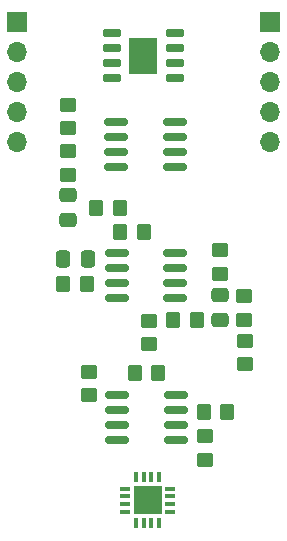
<source format=gbr>
%TF.GenerationSoftware,KiCad,Pcbnew,8.0.3*%
%TF.CreationDate,2025-09-08T17:35:16+08:00*%
%TF.ProjectId,balancing-car,62616c61-6e63-4696-9e67-2d6361722e6b,rev?*%
%TF.SameCoordinates,Original*%
%TF.FileFunction,Soldermask,Top*%
%TF.FilePolarity,Negative*%
%FSLAX46Y46*%
G04 Gerber Fmt 4.6, Leading zero omitted, Abs format (unit mm)*
G04 Created by KiCad (PCBNEW 8.0.3) date 2025-09-08 17:35:16*
%MOMM*%
%LPD*%
G01*
G04 APERTURE LIST*
G04 Aperture macros list*
%AMRoundRect*
0 Rectangle with rounded corners*
0 $1 Rounding radius*
0 $2 $3 $4 $5 $6 $7 $8 $9 X,Y pos of 4 corners*
0 Add a 4 corners polygon primitive as box body*
4,1,4,$2,$3,$4,$5,$6,$7,$8,$9,$2,$3,0*
0 Add four circle primitives for the rounded corners*
1,1,$1+$1,$2,$3*
1,1,$1+$1,$4,$5*
1,1,$1+$1,$6,$7*
1,1,$1+$1,$8,$9*
0 Add four rect primitives between the rounded corners*
20,1,$1+$1,$2,$3,$4,$5,0*
20,1,$1+$1,$4,$5,$6,$7,0*
20,1,$1+$1,$6,$7,$8,$9,0*
20,1,$1+$1,$8,$9,$2,$3,0*%
G04 Aperture macros list end*
%ADD10RoundRect,0.150000X-0.650000X-0.150000X0.650000X-0.150000X0.650000X0.150000X-0.650000X0.150000X0*%
%ADD11R,2.410000X3.100000*%
%ADD12R,2.350000X2.350000*%
%ADD13RoundRect,0.075000X-0.075000X-0.362500X0.075000X-0.362500X0.075000X0.362500X-0.075000X0.362500X0*%
%ADD14RoundRect,0.075000X-0.362500X-0.075000X0.362500X-0.075000X0.362500X0.075000X-0.362500X0.075000X0*%
%ADD15RoundRect,0.150000X0.825000X0.150000X-0.825000X0.150000X-0.825000X-0.150000X0.825000X-0.150000X0*%
%ADD16RoundRect,0.250000X-0.450000X0.350000X-0.450000X-0.350000X0.450000X-0.350000X0.450000X0.350000X0*%
%ADD17RoundRect,0.250000X0.450000X-0.350000X0.450000X0.350000X-0.450000X0.350000X-0.450000X-0.350000X0*%
%ADD18RoundRect,0.250000X-0.350000X-0.450000X0.350000X-0.450000X0.350000X0.450000X-0.350000X0.450000X0*%
%ADD19RoundRect,0.250000X0.350000X0.450000X-0.350000X0.450000X-0.350000X-0.450000X0.350000X-0.450000X0*%
%ADD20O,1.700000X1.700000*%
%ADD21R,1.700000X1.700000*%
%ADD22RoundRect,0.250000X-0.475000X0.337500X-0.475000X-0.337500X0.475000X-0.337500X0.475000X0.337500X0*%
%ADD23RoundRect,0.250000X-0.337500X-0.475000X0.337500X-0.475000X0.337500X0.475000X-0.337500X0.475000X0*%
G04 APERTURE END LIST*
D10*
%TO.C,U4*%
X197696800Y-83769200D03*
X197696800Y-85039200D03*
X197696800Y-86309200D03*
X197696800Y-87579200D03*
X202996800Y-87579200D03*
X202996800Y-86309200D03*
X202996800Y-85039200D03*
X202996800Y-83769200D03*
D11*
X200346800Y-85674200D03*
%TD*%
D12*
%TO.C,U5*%
X200701000Y-123284500D03*
D13*
X199726000Y-121347000D03*
X200376000Y-121347000D03*
X201026000Y-121347000D03*
X201676000Y-121347000D03*
D14*
X202638500Y-122309500D03*
X202638500Y-122959500D03*
X202638500Y-123609500D03*
X202638500Y-124259500D03*
D13*
X201676000Y-125222000D03*
X201026000Y-125222000D03*
X200376000Y-125222000D03*
X199726000Y-125222000D03*
D14*
X198763500Y-124259500D03*
X198763500Y-123609500D03*
X198763500Y-122959500D03*
X198763500Y-122309500D03*
%TD*%
D15*
%TO.C,U3*%
X198058000Y-95123000D03*
X198058000Y-93853000D03*
X198058000Y-92583000D03*
X198058000Y-91313000D03*
X203008000Y-91313000D03*
X203008000Y-92583000D03*
X203008000Y-93853000D03*
X203008000Y-95123000D03*
%TD*%
%TO.C,U2*%
X198134200Y-118237000D03*
X198134200Y-116967000D03*
X198134200Y-115697000D03*
X198134200Y-114427000D03*
X203084200Y-114427000D03*
X203084200Y-115697000D03*
X203084200Y-116967000D03*
X203084200Y-118237000D03*
%TD*%
%TO.C,U1*%
X198074000Y-106172000D03*
X198074000Y-104902000D03*
X198074000Y-103632000D03*
X198074000Y-102362000D03*
X203024000Y-102362000D03*
X203024000Y-103632000D03*
X203024000Y-104902000D03*
X203024000Y-106172000D03*
%TD*%
D16*
%TO.C,R14*%
X206806800Y-104124000D03*
X206806800Y-102124000D03*
%TD*%
D17*
%TO.C,R13*%
X200803000Y-110093000D03*
X200803000Y-108093000D03*
%TD*%
D18*
%TO.C,R12*%
X204851000Y-108077000D03*
X202851000Y-108077000D03*
%TD*%
D17*
%TO.C,R11*%
X208889600Y-106000800D03*
X208889600Y-108000800D03*
%TD*%
%TO.C,R10*%
X208940400Y-109794800D03*
X208940400Y-111794800D03*
%TD*%
D18*
%TO.C,R9*%
X201609200Y-112522000D03*
X199609200Y-112522000D03*
%TD*%
D16*
%TO.C,R8*%
X195783200Y-114411000D03*
X195783200Y-112411000D03*
%TD*%
%TO.C,R7*%
X205536800Y-119872000D03*
X205536800Y-117872000D03*
%TD*%
D19*
%TO.C,R6*%
X205467200Y-115824000D03*
X207467200Y-115824000D03*
%TD*%
%TO.C,R5*%
X196358000Y-98552000D03*
X198358000Y-98552000D03*
%TD*%
%TO.C,R4*%
X198390000Y-100584000D03*
X200390000Y-100584000D03*
%TD*%
D18*
%TO.C,R3*%
X193580000Y-105029000D03*
X195580000Y-105029000D03*
%TD*%
D16*
%TO.C,R2*%
X193929000Y-95742000D03*
X193929000Y-93742000D03*
%TD*%
%TO.C,R1*%
X193929000Y-91805000D03*
X193929000Y-89805000D03*
%TD*%
D20*
%TO.C,J2*%
X189636000Y-92994000D03*
X189636000Y-90454000D03*
X189636000Y-87914000D03*
X189636000Y-85374000D03*
D21*
X189636000Y-82834000D03*
%TD*%
D20*
%TO.C,J1*%
X211099000Y-92994000D03*
X211099000Y-90454000D03*
X211099000Y-87914000D03*
X211099000Y-85374000D03*
D21*
X211099000Y-82834000D03*
%TD*%
D22*
%TO.C,C3*%
X194005200Y-99538700D03*
X194005200Y-97463700D03*
%TD*%
%TO.C,C2*%
X206806800Y-108022300D03*
X206806800Y-105947300D03*
%TD*%
D23*
%TO.C,C1*%
X195617500Y-102870000D03*
X193542500Y-102870000D03*
%TD*%
M02*

</source>
